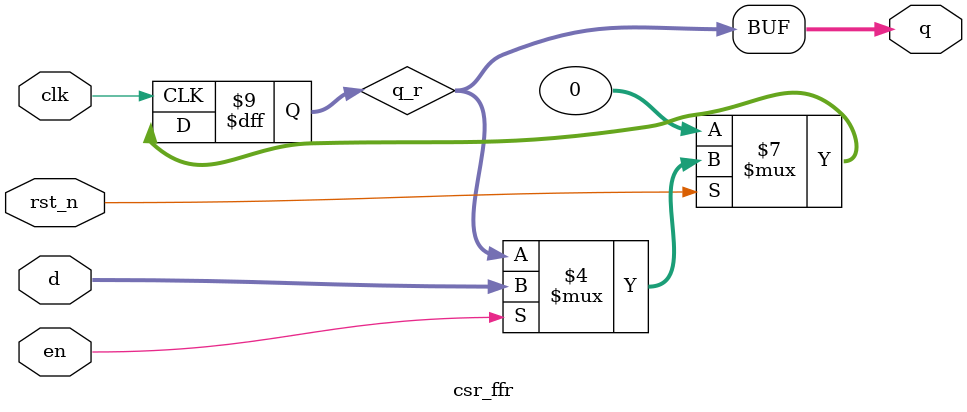
<source format=v>
module csr_ffr #(
    parameter DW = 32
)(	
    input wire			en,
    input wire [DW-1:0]	d,
    output wire [DW-1:0] q,
    
    input wire clk,
    input wire rst_n
);
    reg	[DW-1:0]		q_r;

    always @(posedge clk) begin
        if(!rst_n) begin
            q_r <= {DW{1'b0}};
        end
        else if(en == 1'b1) begin
            q_r <= d;
        end
    end
    
    assign q = q_r;
    
endmodule


</source>
